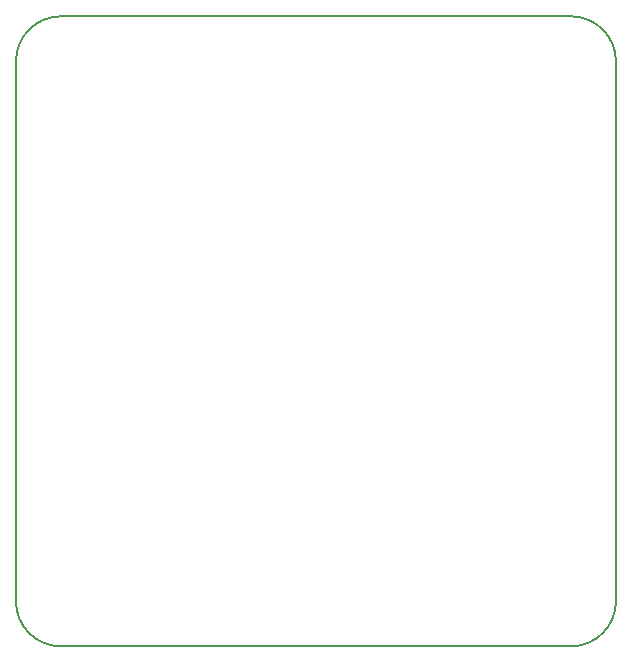
<source format=gbr>
G04 #@! TF.GenerationSoftware,KiCad,Pcbnew,(5.1.5)-3*
G04 #@! TF.CreationDate,2020-03-31T15:12:15+09:00*
G04 #@! TF.ProjectId,sif,7369662e-6b69-4636-9164-5f7063625858,rev?*
G04 #@! TF.SameCoordinates,Original*
G04 #@! TF.FileFunction,Profile,NP*
%FSLAX46Y46*%
G04 Gerber Fmt 4.6, Leading zero omitted, Abs format (unit mm)*
G04 Created by KiCad (PCBNEW (5.1.5)-3) date 2020-03-31 15:12:15*
%MOMM*%
%LPD*%
G04 APERTURE LIST*
%ADD10C,0.150000*%
G04 APERTURE END LIST*
D10*
X12700000Y-16510000D02*
X12700000Y-62230000D01*
X59690000Y-12700000D02*
X16510000Y-12700000D01*
X63500000Y-62230000D02*
X63500000Y-16510000D01*
X16510000Y-66040000D02*
X59690000Y-66040000D01*
X16510000Y-66040000D02*
G75*
G02X12700000Y-62230000I0J3810000D01*
G01*
X63500000Y-62230000D02*
G75*
G02X59690000Y-66040000I-3810000J0D01*
G01*
X59690000Y-12700000D02*
G75*
G02X63500000Y-16510000I0J-3810000D01*
G01*
X12700000Y-16510000D02*
G75*
G02X16510000Y-12700000I3810000J0D01*
G01*
M02*

</source>
